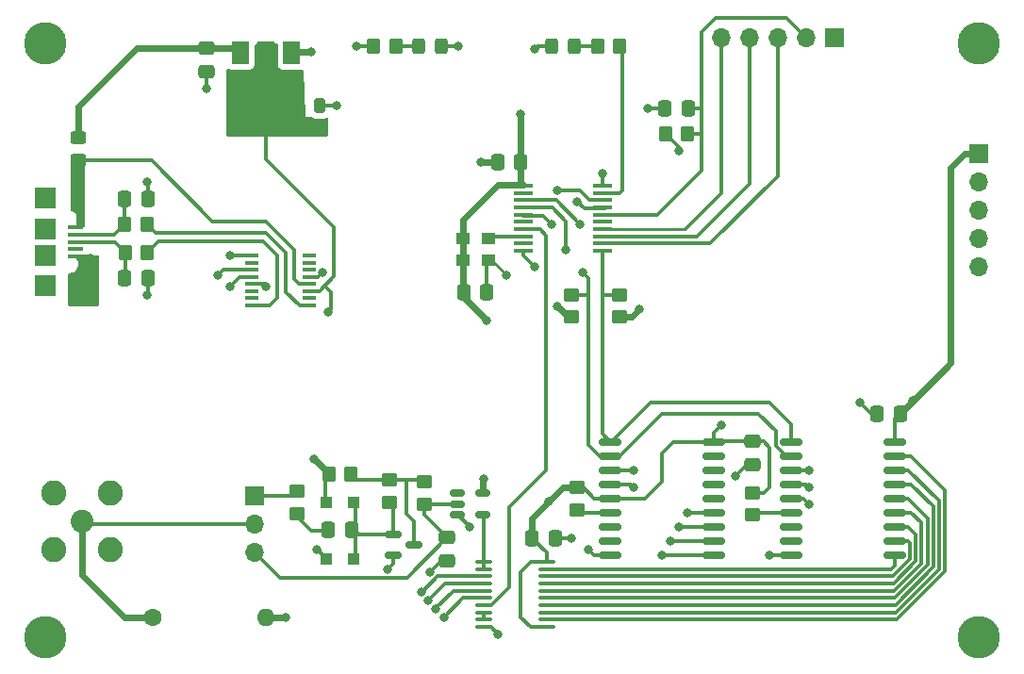
<source format=gtl>
G04 #@! TF.GenerationSoftware,KiCad,Pcbnew,(6.0.9)*
G04 #@! TF.CreationDate,2022-11-27T19:02:43-05:00*
G04 #@! TF.ProjectId,usbcounter,75736263-6f75-46e7-9465-722e6b696361,rev?*
G04 #@! TF.SameCoordinates,Original*
G04 #@! TF.FileFunction,Copper,L1,Top*
G04 #@! TF.FilePolarity,Positive*
%FSLAX46Y46*%
G04 Gerber Fmt 4.6, Leading zero omitted, Abs format (unit mm)*
G04 Created by KiCad (PCBNEW (6.0.9)) date 2022-11-27 19:02:43*
%MOMM*%
%LPD*%
G01*
G04 APERTURE LIST*
G04 Aperture macros list*
%AMRoundRect*
0 Rectangle with rounded corners*
0 $1 Rounding radius*
0 $2 $3 $4 $5 $6 $7 $8 $9 X,Y pos of 4 corners*
0 Add a 4 corners polygon primitive as box body*
4,1,4,$2,$3,$4,$5,$6,$7,$8,$9,$2,$3,0*
0 Add four circle primitives for the rounded corners*
1,1,$1+$1,$2,$3*
1,1,$1+$1,$4,$5*
1,1,$1+$1,$6,$7*
1,1,$1+$1,$8,$9*
0 Add four rect primitives between the rounded corners*
20,1,$1+$1,$2,$3,$4,$5,0*
20,1,$1+$1,$4,$5,$6,$7,0*
20,1,$1+$1,$6,$7,$8,$9,0*
20,1,$1+$1,$8,$9,$2,$3,0*%
G04 Aperture macros list end*
G04 #@! TA.AperFunction,SMDPad,CuDef*
%ADD10RoundRect,0.250000X0.337500X0.475000X-0.337500X0.475000X-0.337500X-0.475000X0.337500X-0.475000X0*%
G04 #@! TD*
G04 #@! TA.AperFunction,SMDPad,CuDef*
%ADD11RoundRect,0.250000X0.325000X0.450000X-0.325000X0.450000X-0.325000X-0.450000X0.325000X-0.450000X0*%
G04 #@! TD*
G04 #@! TA.AperFunction,SMDPad,CuDef*
%ADD12RoundRect,0.250000X-0.350000X-0.450000X0.350000X-0.450000X0.350000X0.450000X-0.350000X0.450000X0*%
G04 #@! TD*
G04 #@! TA.AperFunction,ComponentPad*
%ADD13R,1.700000X1.700000*%
G04 #@! TD*
G04 #@! TA.AperFunction,ComponentPad*
%ADD14O,1.700000X1.700000*%
G04 #@! TD*
G04 #@! TA.AperFunction,SMDPad,CuDef*
%ADD15RoundRect,0.250000X-0.450000X0.350000X-0.450000X-0.350000X0.450000X-0.350000X0.450000X0.350000X0*%
G04 #@! TD*
G04 #@! TA.AperFunction,ComponentPad*
%ADD16C,2.050000*%
G04 #@! TD*
G04 #@! TA.AperFunction,ComponentPad*
%ADD17C,2.250000*%
G04 #@! TD*
G04 #@! TA.AperFunction,SMDPad,CuDef*
%ADD18RoundRect,0.250000X0.450000X-0.350000X0.450000X0.350000X-0.450000X0.350000X-0.450000X-0.350000X0*%
G04 #@! TD*
G04 #@! TA.AperFunction,SMDPad,CuDef*
%ADD19RoundRect,0.150000X-0.512500X-0.150000X0.512500X-0.150000X0.512500X0.150000X-0.512500X0.150000X0*%
G04 #@! TD*
G04 #@! TA.AperFunction,SMDPad,CuDef*
%ADD20R,1.500000X2.000000*%
G04 #@! TD*
G04 #@! TA.AperFunction,SMDPad,CuDef*
%ADD21R,3.800000X2.000000*%
G04 #@! TD*
G04 #@! TA.AperFunction,SMDPad,CuDef*
%ADD22R,1.000000X1.000000*%
G04 #@! TD*
G04 #@! TA.AperFunction,SMDPad,CuDef*
%ADD23RoundRect,0.250000X-0.475000X0.337500X-0.475000X-0.337500X0.475000X-0.337500X0.475000X0.337500X0*%
G04 #@! TD*
G04 #@! TA.AperFunction,SMDPad,CuDef*
%ADD24R,1.800000X0.450000*%
G04 #@! TD*
G04 #@! TA.AperFunction,SMDPad,CuDef*
%ADD25RoundRect,0.250000X0.450000X-0.325000X0.450000X0.325000X-0.450000X0.325000X-0.450000X-0.325000X0*%
G04 #@! TD*
G04 #@! TA.AperFunction,SMDPad,CuDef*
%ADD26RoundRect,0.250000X0.350000X0.450000X-0.350000X0.450000X-0.350000X-0.450000X0.350000X-0.450000X0*%
G04 #@! TD*
G04 #@! TA.AperFunction,ComponentPad*
%ADD27C,1.600000*%
G04 #@! TD*
G04 #@! TA.AperFunction,ComponentPad*
%ADD28O,1.600000X1.600000*%
G04 #@! TD*
G04 #@! TA.AperFunction,SMDPad,CuDef*
%ADD29RoundRect,0.250000X0.475000X-0.337500X0.475000X0.337500X-0.475000X0.337500X-0.475000X-0.337500X0*%
G04 #@! TD*
G04 #@! TA.AperFunction,SMDPad,CuDef*
%ADD30RoundRect,0.150000X-0.875000X-0.150000X0.875000X-0.150000X0.875000X0.150000X-0.875000X0.150000X0*%
G04 #@! TD*
G04 #@! TA.AperFunction,SMDPad,CuDef*
%ADD31RoundRect,0.150000X-0.587500X-0.150000X0.587500X-0.150000X0.587500X0.150000X-0.587500X0.150000X0*%
G04 #@! TD*
G04 #@! TA.AperFunction,ComponentPad*
%ADD32C,3.800000*%
G04 #@! TD*
G04 #@! TA.AperFunction,SMDPad,CuDef*
%ADD33RoundRect,0.250000X-0.337500X-0.475000X0.337500X-0.475000X0.337500X0.475000X-0.337500X0.475000X0*%
G04 #@! TD*
G04 #@! TA.AperFunction,SMDPad,CuDef*
%ADD34R,1.350000X0.400000*%
G04 #@! TD*
G04 #@! TA.AperFunction,SMDPad,CuDef*
%ADD35R,1.900000X1.900000*%
G04 #@! TD*
G04 #@! TA.AperFunction,SMDPad,CuDef*
%ADD36R,1.200000X0.400000*%
G04 #@! TD*
G04 #@! TA.AperFunction,SMDPad,CuDef*
%ADD37RoundRect,0.250000X0.275000X-0.400000X0.275000X0.400000X-0.275000X0.400000X-0.275000X-0.400000X0*%
G04 #@! TD*
G04 #@! TA.AperFunction,SMDPad,CuDef*
%ADD38R,1.300000X1.100000*%
G04 #@! TD*
G04 #@! TA.AperFunction,SMDPad,CuDef*
%ADD39RoundRect,0.100000X-0.637500X-0.100000X0.637500X-0.100000X0.637500X0.100000X-0.637500X0.100000X0*%
G04 #@! TD*
G04 #@! TA.AperFunction,ViaPad*
%ADD40C,0.800000*%
G04 #@! TD*
G04 #@! TA.AperFunction,Conductor*
%ADD41C,0.300000*%
G04 #@! TD*
G04 #@! TA.AperFunction,Conductor*
%ADD42C,0.600000*%
G04 #@! TD*
G04 #@! TA.AperFunction,Conductor*
%ADD43C,0.250000*%
G04 #@! TD*
G04 APERTURE END LIST*
D10*
X82063500Y-98298000D03*
X79988500Y-98298000D03*
D11*
X102117000Y-54864000D03*
X100067000Y-54864000D03*
D12*
X61722000Y-70866000D03*
X63722000Y-70866000D03*
D13*
X73406000Y-95250000D03*
D14*
X73406000Y-97790000D03*
X73406000Y-100330000D03*
D10*
X63775500Y-75692000D03*
X61700500Y-75692000D03*
D15*
X77216000Y-94885000D03*
X77216000Y-96885000D03*
D13*
X125476000Y-54102000D03*
D14*
X122936000Y-54102000D03*
X120396000Y-54102000D03*
X117856000Y-54102000D03*
X115316000Y-54102000D03*
D13*
X138430000Y-64521000D03*
D14*
X138430000Y-67061000D03*
X138430000Y-69601000D03*
X138430000Y-72141000D03*
X138430000Y-74681000D03*
D10*
X63775500Y-68580000D03*
X61700500Y-68580000D03*
D16*
X57912000Y-97536000D03*
D17*
X55372000Y-100076000D03*
X55372000Y-94996000D03*
X60452000Y-100076000D03*
X60452000Y-94996000D03*
D18*
X85471000Y-95885000D03*
X85471000Y-93885000D03*
X102362000Y-96520000D03*
X102362000Y-94520000D03*
D19*
X91572500Y-95062000D03*
X91572500Y-96012000D03*
X91572500Y-96962000D03*
X93847500Y-96962000D03*
X93847500Y-95062000D03*
D15*
X106172000Y-77232000D03*
X106172000Y-79232000D03*
D20*
X76722000Y-55524000D03*
X74422000Y-55524000D03*
D21*
X74422000Y-61824000D03*
D20*
X72122000Y-55524000D03*
D22*
X79776000Y-95885000D03*
X82276000Y-95885000D03*
D23*
X69088000Y-55096500D03*
X69088000Y-57171500D03*
D24*
X97542000Y-67433000D03*
X97542000Y-68083000D03*
X97542000Y-68733000D03*
X97542000Y-69383000D03*
X97542000Y-70033000D03*
X97542000Y-70683000D03*
X97542000Y-71333000D03*
X97542000Y-71983000D03*
X97542000Y-72633000D03*
X97542000Y-73283000D03*
X104642000Y-73283000D03*
X104642000Y-72633000D03*
X104642000Y-71983000D03*
X104642000Y-71333000D03*
X104642000Y-70683000D03*
X104642000Y-70033000D03*
X104642000Y-69383000D03*
X104642000Y-68733000D03*
X104642000Y-68083000D03*
X104642000Y-67433000D03*
D10*
X97282000Y-65278000D03*
X95207000Y-65278000D03*
D25*
X57516499Y-65134136D03*
X57516499Y-63084136D03*
D26*
X63738000Y-73406000D03*
X61738000Y-73406000D03*
D10*
X112289500Y-60452000D03*
X110214500Y-60452000D03*
X94234000Y-76962000D03*
X92159000Y-76962000D03*
D15*
X101854000Y-77232000D03*
X101854000Y-79232000D03*
D27*
X64262000Y-106172000D03*
D28*
X74422000Y-106172000D03*
D12*
X104156000Y-54864000D03*
X106156000Y-54864000D03*
D11*
X90179000Y-54864000D03*
X88129000Y-54864000D03*
D29*
X118110000Y-92477500D03*
X118110000Y-90402500D03*
D10*
X100373000Y-99060000D03*
X98298000Y-99060000D03*
D29*
X90678000Y-101113500D03*
X90678000Y-99038500D03*
D30*
X121588000Y-90424000D03*
X121588000Y-91694000D03*
X121588000Y-92964000D03*
X121588000Y-94234000D03*
X121588000Y-95504000D03*
X121588000Y-96774000D03*
X121588000Y-98044000D03*
X121588000Y-99314000D03*
X121588000Y-100584000D03*
X130888000Y-100584000D03*
X130888000Y-99314000D03*
X130888000Y-98044000D03*
X130888000Y-96774000D03*
X130888000Y-95504000D03*
X130888000Y-94234000D03*
X130888000Y-92964000D03*
X130888000Y-91694000D03*
X130888000Y-90424000D03*
D31*
X85803500Y-98745000D03*
X85803500Y-100645000D03*
X87678500Y-99695000D03*
D32*
X138430000Y-107950000D03*
X138430000Y-54610000D03*
D26*
X86074000Y-54864000D03*
X84074000Y-54864000D03*
D32*
X54610000Y-54610000D03*
D30*
X105332000Y-90424000D03*
X105332000Y-91694000D03*
X105332000Y-92964000D03*
X105332000Y-94234000D03*
X105332000Y-95504000D03*
X105332000Y-96774000D03*
X105332000Y-98044000D03*
X105332000Y-99314000D03*
X105332000Y-100584000D03*
X114632000Y-100584000D03*
X114632000Y-99314000D03*
X114632000Y-98044000D03*
X114632000Y-96774000D03*
X114632000Y-95504000D03*
X114632000Y-94234000D03*
X114632000Y-92964000D03*
X114632000Y-91694000D03*
X114632000Y-90424000D03*
D18*
X118110000Y-97012000D03*
X118110000Y-95012000D03*
D32*
X54610000Y-107950000D03*
D12*
X80026000Y-93345000D03*
X82026000Y-93345000D03*
D15*
X88646000Y-94012000D03*
X88646000Y-96012000D03*
D33*
X129286000Y-87884000D03*
X131361000Y-87884000D03*
D34*
X57277999Y-71191136D03*
X57277999Y-73791136D03*
X57277999Y-71841136D03*
X57277999Y-72491136D03*
X57277999Y-73141136D03*
D35*
X54602999Y-68541136D03*
X54602999Y-71291136D03*
X54602999Y-73691136D03*
X54602999Y-76441136D03*
D26*
X112252000Y-62738000D03*
X110252000Y-62738000D03*
D36*
X73092000Y-73723500D03*
X73092000Y-74358500D03*
X73092000Y-74993500D03*
X73092000Y-75628500D03*
X73092000Y-76263500D03*
X73092000Y-76898500D03*
X73092000Y-77533500D03*
X73092000Y-78168500D03*
X78292000Y-78168500D03*
X78292000Y-77533500D03*
X78292000Y-76898500D03*
X78292000Y-76263500D03*
X78292000Y-75628500D03*
X78292000Y-74993500D03*
X78292000Y-74358500D03*
X78292000Y-73723500D03*
D37*
X79248000Y-62189000D03*
X79248000Y-60239000D03*
D38*
X92068000Y-74102000D03*
X94368000Y-74102000D03*
X94368000Y-72202000D03*
X92068000Y-72202000D03*
D22*
X82276000Y-100965000D03*
X79776000Y-100965000D03*
D39*
X93911500Y-101215000D03*
X93911500Y-101865000D03*
X93911500Y-102515000D03*
X93911500Y-103165000D03*
X93911500Y-103815000D03*
X93911500Y-104465000D03*
X93911500Y-105115000D03*
X93911500Y-105765000D03*
X93911500Y-106415000D03*
X93911500Y-107065000D03*
X99636500Y-107065000D03*
X99636500Y-106415000D03*
X99636500Y-105765000D03*
X99636500Y-105115000D03*
X99636500Y-104465000D03*
X99636500Y-103815000D03*
X99636500Y-103165000D03*
X99636500Y-102515000D03*
X99636500Y-101865000D03*
X99636500Y-101215000D03*
D40*
X58674000Y-73914000D03*
X63754000Y-67056000D03*
X74434500Y-76454000D03*
X79502000Y-75184000D03*
X95250000Y-107696000D03*
X89154000Y-102108000D03*
X103378000Y-100076000D03*
X92710000Y-98044000D03*
X127762000Y-86868000D03*
X104648000Y-66294000D03*
X123190000Y-96012000D03*
X108712000Y-60452000D03*
X116586000Y-93472000D03*
X69088000Y-58674000D03*
X85344000Y-101854000D03*
X96012000Y-75438000D03*
X78486000Y-55372000D03*
X107442000Y-92964000D03*
X107442000Y-94488000D03*
X58674000Y-75438000D03*
X76200000Y-106172000D03*
X80772000Y-60198000D03*
X101854000Y-99060000D03*
X78994000Y-100076000D03*
X123190000Y-94488000D03*
X91694000Y-54864000D03*
X93726000Y-65278000D03*
X57404000Y-77216000D03*
X123190000Y-92964000D03*
X119634000Y-100584000D03*
X58674000Y-77216000D03*
X63754000Y-77216000D03*
X80010000Y-78740000D03*
X115316000Y-88900000D03*
X111506000Y-64262000D03*
X94234000Y-79502000D03*
X82550000Y-54864000D03*
X100584000Y-78232000D03*
X76454000Y-58420000D03*
X107950000Y-78486000D03*
X98552000Y-55118000D03*
X132482500Y-86762500D03*
X97282000Y-60960000D03*
X70104000Y-75438000D03*
X93980000Y-93726000D03*
X99822000Y-95758000D03*
X78740000Y-91948000D03*
X102870000Y-75184000D03*
X98552000Y-74676000D03*
X109982000Y-100584000D03*
X88392000Y-103886000D03*
X110744000Y-99314000D03*
X88946424Y-104717636D03*
X111518500Y-98044000D03*
X89664733Y-105412644D03*
X112268000Y-96774000D03*
X90424000Y-106172000D03*
X71183500Y-73723500D03*
X100584000Y-67818000D03*
X102362000Y-68834000D03*
X71183500Y-76454000D03*
X102616000Y-70866000D03*
X101346000Y-73152000D03*
X100076000Y-70866000D03*
D41*
X79776000Y-100858000D02*
X79776000Y-100965000D01*
D42*
X74422000Y-106172000D02*
X76200000Y-106172000D01*
D43*
X94368000Y-74102000D02*
X94676000Y-74102000D01*
D42*
X95207000Y-65278000D02*
X93726000Y-65278000D01*
D41*
X95250000Y-107696000D02*
X94619000Y-107065000D01*
X89154000Y-102108000D02*
X90148500Y-101113500D01*
X104648000Y-67427000D02*
X104642000Y-67433000D01*
X63775500Y-67077500D02*
X63754000Y-67056000D01*
X122936000Y-94234000D02*
X123190000Y-94488000D01*
X128778000Y-87884000D02*
X127762000Y-86868000D01*
X78994000Y-100076000D02*
X79776000Y-100858000D01*
X79502000Y-75184000D02*
X79057500Y-75628500D01*
X105332000Y-94234000D02*
X107188000Y-94234000D01*
X63775500Y-77194500D02*
X63754000Y-77216000D01*
X105332000Y-100584000D02*
X103886000Y-100584000D01*
X74434500Y-76454000D02*
X74244000Y-76263500D01*
X121588000Y-94234000D02*
X122936000Y-94234000D01*
X117580500Y-92477500D02*
X116586000Y-93472000D01*
X79057500Y-75628500D02*
X78292000Y-75628500D01*
X76883000Y-55363000D02*
X76722000Y-55524000D01*
X103886000Y-100584000D02*
X103378000Y-100076000D01*
X94234000Y-74236000D02*
X94368000Y-74102000D01*
X80731000Y-60239000D02*
X80772000Y-60198000D01*
X121588000Y-100584000D02*
X119634000Y-100584000D01*
D43*
X94676000Y-74102000D02*
X96012000Y-75438000D01*
D41*
X121588000Y-95504000D02*
X122682000Y-95504000D01*
X94234000Y-76962000D02*
X94234000Y-74236000D01*
X122682000Y-95504000D02*
X123190000Y-96012000D01*
D42*
X76874000Y-55372000D02*
X76722000Y-55524000D01*
D41*
X121588000Y-92964000D02*
X123190000Y-92964000D01*
X94619000Y-107065000D02*
X93911500Y-107065000D01*
X90148500Y-101113500D02*
X90678000Y-101113500D01*
X110214500Y-60452000D02*
X108712000Y-60452000D01*
X74244000Y-76263500D02*
X73092000Y-76263500D01*
X58551136Y-73791136D02*
X57277999Y-73791136D01*
X85803500Y-101394500D02*
X85803500Y-100645000D01*
X85344000Y-101854000D02*
X85803500Y-101394500D01*
X91628000Y-96962000D02*
X92710000Y-98044000D01*
X101854000Y-99060000D02*
X100373000Y-99060000D01*
X63775500Y-75692000D02*
X63775500Y-77194500D01*
X69088000Y-58674000D02*
X69088000Y-57171500D01*
X58674000Y-73914000D02*
X58551136Y-73791136D01*
X104648000Y-66294000D02*
X104648000Y-67427000D01*
X63775500Y-68580000D02*
X63775500Y-67077500D01*
X129286000Y-87884000D02*
X128778000Y-87884000D01*
X91572500Y-96962000D02*
X91628000Y-96962000D01*
X79248000Y-60239000D02*
X80731000Y-60239000D01*
X107188000Y-94234000D02*
X107442000Y-94488000D01*
X90179000Y-54864000D02*
X91694000Y-54864000D01*
D42*
X78486000Y-55372000D02*
X76874000Y-55372000D01*
D41*
X105332000Y-92964000D02*
X107442000Y-92964000D01*
X88129000Y-54864000D02*
X86074000Y-54864000D01*
X119104500Y-90402500D02*
X118110000Y-90402500D01*
X119634000Y-94488000D02*
X119634000Y-90932000D01*
X70548500Y-74993500D02*
X73092000Y-74993500D01*
D42*
X74828000Y-62230000D02*
X79207000Y-62230000D01*
X93847500Y-93858500D02*
X93980000Y-93726000D01*
D41*
X98806000Y-54864000D02*
X98552000Y-55118000D01*
X79192000Y-76898500D02*
X80518000Y-75572500D01*
X105332000Y-95504000D02*
X103886000Y-95504000D01*
X99636500Y-101215000D02*
X99636500Y-100398500D01*
D42*
X92068000Y-74102000D02*
X92068000Y-76871000D01*
X92068000Y-76871000D02*
X92159000Y-76962000D01*
X99822000Y-95758000D02*
X101060000Y-94520000D01*
D41*
X100067000Y-54864000D02*
X98806000Y-54864000D01*
D42*
X135890000Y-65786000D02*
X135890000Y-83355000D01*
X101584000Y-79232000D02*
X100584000Y-78232000D01*
X101060000Y-94520000D02*
X102362000Y-94520000D01*
X135890000Y-83355000D02*
X131361000Y-87884000D01*
X97282000Y-67098000D02*
X97542000Y-67358000D01*
D41*
X130888000Y-88357000D02*
X131361000Y-87884000D01*
D42*
X80026000Y-93234000D02*
X78740000Y-91948000D01*
D41*
X114632000Y-90424000D02*
X114632000Y-89584000D01*
X110998000Y-90424000D02*
X114632000Y-90424000D01*
X99636500Y-100398500D02*
X98298000Y-99060000D01*
X79756000Y-93615000D02*
X79756000Y-95865000D01*
D42*
X79207000Y-62230000D02*
X79248000Y-62189000D01*
D41*
X80026000Y-93345000D02*
X79756000Y-93615000D01*
D42*
X137155000Y-64521000D02*
X135890000Y-65786000D01*
D41*
X97282000Y-102108000D02*
X98175000Y-101215000D01*
D42*
X107950000Y-78486000D02*
X107204000Y-79232000D01*
X92068000Y-70492000D02*
X92068000Y-72202000D01*
X97282000Y-67310000D02*
X95250000Y-67310000D01*
D41*
X105332000Y-95504000D02*
X108458000Y-95504000D01*
D42*
X92159000Y-76962000D02*
X92159000Y-77427000D01*
D41*
X103886000Y-95504000D02*
X102902000Y-94520000D01*
X99636500Y-107065000D02*
X98175000Y-107065000D01*
X111506000Y-63992000D02*
X110252000Y-62738000D01*
D42*
X93847500Y-95062000D02*
X93847500Y-93858500D01*
D41*
X80518000Y-71120000D02*
X74422000Y-65024000D01*
X132482500Y-86762500D02*
X131361000Y-87884000D01*
X114632000Y-89584000D02*
X115316000Y-88900000D01*
X74422000Y-65024000D02*
X74422000Y-61824000D01*
X80010000Y-78740000D02*
X80264000Y-78486000D01*
D42*
X101854000Y-79232000D02*
X101584000Y-79232000D01*
D41*
X102902000Y-94520000D02*
X102362000Y-94520000D01*
X119634000Y-90932000D02*
X119104500Y-90402500D01*
D42*
X95250000Y-67310000D02*
X92068000Y-70492000D01*
X80026000Y-93345000D02*
X80026000Y-93234000D01*
D41*
X84074000Y-54864000D02*
X82550000Y-54864000D01*
D42*
X138430000Y-64521000D02*
X137155000Y-64521000D01*
D41*
X80518000Y-75572500D02*
X80518000Y-71120000D01*
D42*
X97282000Y-60960000D02*
X97282000Y-67098000D01*
X98298000Y-97282000D02*
X98298000Y-99060000D01*
D41*
X97282000Y-106172000D02*
X97282000Y-102108000D01*
X78292000Y-76898500D02*
X79192000Y-76898500D01*
X98175000Y-101215000D02*
X99636500Y-101215000D01*
X118110000Y-95012000D02*
X119110000Y-95012000D01*
X108458000Y-95504000D02*
X109982000Y-93980000D01*
D42*
X99822000Y-95758000D02*
X98298000Y-97282000D01*
X92159000Y-77427000D02*
X94234000Y-79502000D01*
D41*
X118110000Y-90402500D02*
X114653500Y-90402500D01*
X130888000Y-90424000D02*
X130888000Y-88357000D01*
D42*
X74422000Y-61824000D02*
X74828000Y-62230000D01*
X92068000Y-72202000D02*
X92068000Y-74102000D01*
D41*
X98175000Y-107065000D02*
X97282000Y-106172000D01*
X70104000Y-75438000D02*
X70548500Y-74993500D01*
X111506000Y-64262000D02*
X111506000Y-63992000D01*
X109982000Y-93980000D02*
X109982000Y-91440000D01*
X80264000Y-76962000D02*
X79756000Y-76454000D01*
X80264000Y-78486000D02*
X80264000Y-76962000D01*
X109982000Y-91440000D02*
X110998000Y-90424000D01*
X79756000Y-95865000D02*
X79776000Y-95885000D01*
X119110000Y-95012000D02*
X119634000Y-94488000D01*
D42*
X107204000Y-79232000D02*
X106172000Y-79232000D01*
D41*
X114653500Y-90402500D02*
X114632000Y-90424000D01*
X121588000Y-96774000D02*
X118348000Y-96774000D01*
X118348000Y-96774000D02*
X118110000Y-97012000D01*
X105332000Y-96774000D02*
X102616000Y-96774000D01*
X102616000Y-96774000D02*
X102362000Y-96520000D01*
X87027000Y-96933000D02*
X87678500Y-97584500D01*
X87678500Y-97584500D02*
X87678500Y-99695000D01*
X82566000Y-93885000D02*
X82026000Y-93345000D01*
X85471000Y-93885000D02*
X87027000Y-93885000D01*
X87027000Y-93885000D02*
X88519000Y-93885000D01*
X87027000Y-93885000D02*
X87027000Y-96933000D01*
X85471000Y-93885000D02*
X82566000Y-93885000D01*
X88519000Y-93885000D02*
X88646000Y-94012000D01*
X90678000Y-99038500D02*
X88646000Y-97006500D01*
X88646000Y-97006500D02*
X88646000Y-96012000D01*
X90678000Y-99038500D02*
X87100500Y-102616000D01*
X88646000Y-96012000D02*
X91572500Y-96012000D01*
X75692000Y-102616000D02*
X73406000Y-100330000D01*
X87100500Y-102616000D02*
X75692000Y-102616000D01*
X120213000Y-90781107D02*
X121125893Y-91694000D01*
X103378000Y-75692000D02*
X103378000Y-77216000D01*
X103362000Y-77232000D02*
X103378000Y-77216000D01*
X97542000Y-73666000D02*
X97542000Y-73283000D01*
X118618000Y-87884000D02*
X120213000Y-89479000D01*
X102870000Y-75184000D02*
X103378000Y-75692000D01*
X121125893Y-91694000D02*
X121588000Y-91694000D01*
X109982000Y-87884000D02*
X118618000Y-87884000D01*
X120213000Y-89479000D02*
X120213000Y-90781107D01*
X103378000Y-90678000D02*
X104394000Y-91694000D01*
X98552000Y-74676000D02*
X97542000Y-73666000D01*
X106172000Y-91694000D02*
X109982000Y-87884000D01*
X105332000Y-91694000D02*
X106172000Y-91694000D01*
X101854000Y-77232000D02*
X103362000Y-77232000D01*
X103378000Y-77216000D02*
X103378000Y-90678000D01*
X82466000Y-98425000D02*
X82466000Y-96075000D01*
X85803500Y-96217500D02*
X85471000Y-95885000D01*
X82466000Y-96075000D02*
X82276000Y-95885000D01*
X85803500Y-98745000D02*
X85803500Y-96217500D01*
X82466000Y-100775000D02*
X82276000Y-100965000D01*
X82466000Y-98425000D02*
X82786000Y-98745000D01*
X82466000Y-98425000D02*
X82466000Y-100775000D01*
X82786000Y-98745000D02*
X85803500Y-98745000D01*
X106172000Y-77232000D02*
X104652000Y-77232000D01*
X104652000Y-77232000D02*
X104642000Y-77222000D01*
X104642000Y-89734000D02*
X104642000Y-77222000D01*
X119634000Y-86868000D02*
X121588000Y-88822000D01*
X108966000Y-86868000D02*
X119634000Y-86868000D01*
X104642000Y-77222000D02*
X104642000Y-73283000D01*
X121588000Y-88822000D02*
X121588000Y-90424000D01*
X105332000Y-90424000D02*
X104642000Y-89734000D01*
X105410000Y-90424000D02*
X108966000Y-86868000D01*
X105332000Y-90424000D02*
X105410000Y-90424000D01*
X75438000Y-73660000D02*
X74168000Y-72390000D01*
X73092000Y-78168500D02*
X74739500Y-78168500D01*
X74739500Y-78168500D02*
X75438000Y-77470000D01*
X64754000Y-72390000D02*
X63738000Y-73406000D01*
X74168000Y-72390000D02*
X64754000Y-72390000D01*
X75438000Y-77470000D02*
X75438000Y-73660000D01*
X61738000Y-73406000D02*
X61738000Y-75654500D01*
X61738000Y-75654500D02*
X61700500Y-75692000D01*
X61738000Y-73406000D02*
X60823136Y-72491136D01*
X60823136Y-72491136D02*
X57277999Y-72491136D01*
X61722000Y-70866000D02*
X61722000Y-68601500D01*
X60746864Y-71841136D02*
X57277999Y-71841136D01*
X61722000Y-70866000D02*
X60746864Y-71841136D01*
X61722000Y-68601500D02*
X61700500Y-68580000D01*
X78292000Y-78168500D02*
X77406500Y-78168500D01*
X64484000Y-71628000D02*
X63722000Y-70866000D01*
X76200000Y-73406000D02*
X74422000Y-71628000D01*
X77406500Y-78168500D02*
X76200000Y-76962000D01*
X74422000Y-71628000D02*
X64484000Y-71628000D01*
X76200000Y-76962000D02*
X76200000Y-73406000D01*
X102117000Y-54864000D02*
X104156000Y-54864000D01*
X104642000Y-68083000D02*
X106161000Y-68083000D01*
X106426000Y-67818000D02*
X106426000Y-55134000D01*
X106426000Y-55134000D02*
X106156000Y-54864000D01*
X106161000Y-68083000D02*
X106426000Y-67818000D01*
X113538000Y-62738000D02*
X113538000Y-66040000D01*
X114808000Y-52324000D02*
X113538000Y-53594000D01*
X122936000Y-54102000D02*
X121158000Y-52324000D01*
X109545000Y-70033000D02*
X104642000Y-70033000D01*
X113538000Y-60452000D02*
X113538000Y-62738000D01*
X113538000Y-62738000D02*
X112252000Y-62738000D01*
X113538000Y-53594000D02*
X113538000Y-60452000D01*
X121158000Y-52324000D02*
X114808000Y-52324000D01*
X113538000Y-60452000D02*
X112289500Y-60452000D01*
X113538000Y-66040000D02*
X109545000Y-70033000D01*
X76851000Y-95250000D02*
X77216000Y-94885000D01*
X73406000Y-95250000D02*
X76851000Y-95250000D01*
X77216000Y-96885000D02*
X77216000Y-97155000D01*
X77216000Y-97155000D02*
X78486000Y-98425000D01*
X78486000Y-98425000D02*
X80391000Y-98425000D01*
D42*
X61722000Y-106172000D02*
X64262000Y-106172000D01*
X57912000Y-102362000D02*
X61722000Y-106172000D01*
D41*
X57912000Y-97536000D02*
X58166000Y-97790000D01*
D42*
X57912000Y-97536000D02*
X57912000Y-102362000D01*
D41*
X58166000Y-97790000D02*
X73406000Y-97790000D01*
X93911500Y-97026000D02*
X93911500Y-101865000D01*
X93847500Y-96962000D02*
X93911500Y-97026000D01*
X93911500Y-101865000D02*
X93911500Y-101215000D01*
D42*
X69088000Y-55096500D02*
X71694500Y-55096500D01*
X62759500Y-55096500D02*
X69088000Y-55096500D01*
X57516499Y-63084136D02*
X57516499Y-60339501D01*
X71694500Y-55096500D02*
X72122000Y-55524000D01*
X57516499Y-60339501D02*
X62759500Y-55096500D01*
D41*
X109982000Y-100584000D02*
X114632000Y-100584000D01*
X88436661Y-103886000D02*
X89807661Y-102515000D01*
X89807661Y-102515000D02*
X93911500Y-102515000D01*
X88392000Y-103886000D02*
X88436661Y-103886000D01*
X90499060Y-103165000D02*
X93911500Y-103165000D01*
X110744000Y-99314000D02*
X114632000Y-99314000D01*
X88946424Y-104717636D02*
X90499060Y-103165000D01*
X91257000Y-103815000D02*
X93911500Y-103815000D01*
X89664733Y-105412644D02*
X89664733Y-105407267D01*
X111518500Y-98044000D02*
X113538000Y-98044000D01*
X89664733Y-105407267D02*
X91257000Y-103815000D01*
X90424000Y-106172000D02*
X92131000Y-104465000D01*
X92131000Y-104465000D02*
X93911500Y-104465000D01*
X114632000Y-96774000D02*
X112268000Y-96774000D01*
X94635396Y-105115000D02*
X96266000Y-103484396D01*
X96266000Y-103484396D02*
X96266000Y-96266000D01*
X99568000Y-92964000D02*
X99568000Y-71882000D01*
X99019000Y-71333000D02*
X97542000Y-71333000D01*
X99568000Y-71882000D02*
X99019000Y-71333000D01*
X96266000Y-96266000D02*
X99568000Y-92964000D01*
X93911500Y-105115000D02*
X94635396Y-105115000D01*
X93911500Y-105765000D02*
X93911500Y-106415000D01*
X99636500Y-106415000D02*
X131031743Y-106415000D01*
X131031743Y-106415000D02*
X135382000Y-102064743D01*
X135382000Y-94742000D02*
X132334000Y-91694000D01*
X135382000Y-102064743D02*
X135382000Y-94742000D01*
X132334000Y-91694000D02*
X130888000Y-91694000D01*
X134858000Y-95742000D02*
X132080000Y-92964000D01*
X132080000Y-92964000D02*
X130888000Y-92964000D01*
X130974637Y-105765000D02*
X134858000Y-101881637D01*
X99636500Y-105765000D02*
X130974637Y-105765000D01*
X134858000Y-101881637D02*
X134858000Y-95742000D01*
X134358000Y-101674531D02*
X134358000Y-96258000D01*
X132334000Y-94234000D02*
X130888000Y-94234000D01*
X99636500Y-105115000D02*
X130917531Y-105115000D01*
X130917531Y-105115000D02*
X134358000Y-101674531D01*
X134358000Y-96258000D02*
X132334000Y-94234000D01*
X99636500Y-104465000D02*
X130860425Y-104465000D01*
X133858000Y-97282000D02*
X132080000Y-95504000D01*
X133858000Y-101467425D02*
X133858000Y-97282000D01*
X130860425Y-104465000D02*
X133858000Y-101467425D01*
X132080000Y-95504000D02*
X130888000Y-95504000D01*
X99636500Y-103815000D02*
X130803319Y-103815000D01*
X133263000Y-101355319D02*
X133263000Y-97703000D01*
X130803319Y-103815000D02*
X133263000Y-101355319D01*
X132334000Y-96774000D02*
X130888000Y-96774000D01*
X133263000Y-97703000D02*
X132334000Y-96774000D01*
X132763000Y-101148213D02*
X132763000Y-98727000D01*
X132763000Y-98727000D02*
X132080000Y-98044000D01*
X132080000Y-98044000D02*
X130888000Y-98044000D01*
X99636500Y-103165000D02*
X130746213Y-103165000D01*
X130746213Y-103165000D02*
X132763000Y-101148213D01*
X132263000Y-100941107D02*
X132263000Y-99497000D01*
X130689107Y-102515000D02*
X132263000Y-100941107D01*
X99636500Y-102515000D02*
X130689107Y-102515000D01*
X132263000Y-99497000D02*
X132080000Y-99314000D01*
X132080000Y-99314000D02*
X130888000Y-99314000D01*
X99636500Y-101865000D02*
X130545000Y-101865000D01*
X130545000Y-101865000D02*
X130888000Y-101522000D01*
X130888000Y-101522000D02*
X130888000Y-100584000D01*
X71183500Y-73723500D02*
X73092000Y-73723500D01*
X100584000Y-67818000D02*
X102552000Y-67818000D01*
X102552000Y-67818000D02*
X103467000Y-68733000D01*
X103467000Y-68733000D02*
X104642000Y-68733000D01*
X102986000Y-69458000D02*
X104902000Y-69458000D01*
X102362000Y-68834000D02*
X102986000Y-69458000D01*
X72009000Y-75628500D02*
X73092000Y-75628500D01*
X71183500Y-76454000D02*
X72009000Y-75628500D01*
D42*
X57516499Y-65134136D02*
X57658000Y-65275637D01*
D41*
X78292000Y-76263500D02*
X77392000Y-76263500D01*
D42*
X57658000Y-65275637D02*
X57658000Y-70866000D01*
D41*
X76962000Y-75833500D02*
X76962000Y-73152000D01*
X74422000Y-70612000D02*
X69596000Y-70612000D01*
X64118136Y-65134136D02*
X57516499Y-65134136D01*
X77392000Y-76263500D02*
X76962000Y-75833500D01*
X76962000Y-73152000D02*
X74422000Y-70612000D01*
X69596000Y-70612000D02*
X64118136Y-65134136D01*
X100483000Y-68733000D02*
X97542000Y-68733000D01*
X102616000Y-70866000D02*
X100483000Y-68733000D01*
X100117000Y-69383000D02*
X97542000Y-69383000D01*
X101346000Y-70612000D02*
X100117000Y-69383000D01*
X101346000Y-73152000D02*
X101346000Y-70612000D01*
X99318000Y-70108000D02*
X97536000Y-70108000D01*
X100076000Y-70866000D02*
X99318000Y-70108000D01*
X94368000Y-72202000D02*
X94587000Y-71983000D01*
X94587000Y-71983000D02*
X97542000Y-71983000D01*
X120396000Y-66548000D02*
X120396000Y-54102000D01*
X114311000Y-72633000D02*
X120396000Y-66548000D01*
X104642000Y-72633000D02*
X114311000Y-72633000D01*
X117856000Y-67255106D02*
X113128106Y-71983000D01*
X117856000Y-54102000D02*
X117856000Y-67255106D01*
X113128106Y-71983000D02*
X104642000Y-71983000D01*
X115316000Y-68072000D02*
X112055000Y-71333000D01*
D43*
X112055000Y-71333000D02*
X104642000Y-71333000D01*
D41*
X115316000Y-54102000D02*
X115316000Y-68072000D01*
G04 #@! TA.AperFunction,Conductor*
G36*
X59378121Y-73680002D02*
G01*
X59424614Y-73733658D01*
X59436000Y-73786000D01*
X59436000Y-78106000D01*
X59415998Y-78174121D01*
X59362342Y-78220614D01*
X59310000Y-78232000D01*
X56768000Y-78232000D01*
X56699879Y-78211998D01*
X56653386Y-78158342D01*
X56642000Y-78106000D01*
X56642000Y-75400636D01*
X56662002Y-75332515D01*
X56715658Y-75286022D01*
X56768000Y-75274636D01*
X56797200Y-75274636D01*
X56927681Y-75260000D01*
X56934901Y-75257486D01*
X57001771Y-75234199D01*
X57093680Y-75202193D01*
X57242748Y-75109045D01*
X57249695Y-75102147D01*
X57362477Y-74990149D01*
X57367474Y-74985187D01*
X57372950Y-74976559D01*
X57457881Y-74842727D01*
X57461660Y-74836773D01*
X57520625Y-74671181D01*
X57541438Y-74496640D01*
X57523064Y-74321826D01*
X57520794Y-74315157D01*
X57468686Y-74162091D01*
X57468685Y-74162088D01*
X57466417Y-74155427D01*
X57396425Y-74041656D01*
X57377767Y-73973157D01*
X57399106Y-73905443D01*
X57453666Y-73860015D01*
X57503743Y-73849636D01*
X58001133Y-73849636D01*
X58063315Y-73842881D01*
X58199704Y-73791751D01*
X58316260Y-73704397D01*
X58321641Y-73697217D01*
X58321953Y-73696905D01*
X58384265Y-73662879D01*
X58411048Y-73660000D01*
X59310000Y-73660000D01*
X59378121Y-73680002D01*
G37*
G04 #@! TD.AperFunction*
G04 #@! TA.AperFunction,Conductor*
G36*
X75405621Y-54630002D02*
G01*
X75452114Y-54683658D01*
X75463500Y-54736000D01*
X75463500Y-56572134D01*
X75470255Y-56634316D01*
X75521385Y-56770705D01*
X75608739Y-56887261D01*
X75725295Y-56974615D01*
X75861684Y-57025745D01*
X75923866Y-57032500D01*
X77520134Y-57032500D01*
X77582316Y-57025745D01*
X77589717Y-57022971D01*
X77596541Y-57021348D01*
X77667442Y-57025049D01*
X77725086Y-57066493D01*
X77751496Y-57136941D01*
X77976995Y-61195911D01*
X77978000Y-61214000D01*
X78426535Y-61214000D01*
X78494656Y-61234002D01*
X78497218Y-61235831D01*
X78499697Y-61238305D01*
X78650262Y-61331115D01*
X78730005Y-61357564D01*
X78811611Y-61384632D01*
X78811613Y-61384632D01*
X78818139Y-61386797D01*
X78824975Y-61387497D01*
X78824978Y-61387498D01*
X78868031Y-61391909D01*
X78922600Y-61397500D01*
X79573400Y-61397500D01*
X79576646Y-61397163D01*
X79576650Y-61397163D01*
X79672308Y-61387238D01*
X79672312Y-61387237D01*
X79679166Y-61386526D01*
X79685708Y-61384343D01*
X79685710Y-61384343D01*
X79844123Y-61331492D01*
X79915073Y-61328907D01*
X79976157Y-61365090D01*
X80007982Y-61428554D01*
X80010000Y-61451015D01*
X80010000Y-62866000D01*
X79989998Y-62934121D01*
X79936342Y-62980614D01*
X79884000Y-62992000D01*
X70992000Y-62992000D01*
X70923879Y-62971998D01*
X70877386Y-62918342D01*
X70866000Y-62866000D01*
X70866000Y-57032175D01*
X70886002Y-56964054D01*
X70939658Y-56917561D01*
X71009932Y-56907457D01*
X71067565Y-56931349D01*
X71111204Y-56964054D01*
X71125295Y-56974615D01*
X71261684Y-57025745D01*
X71323866Y-57032500D01*
X72920134Y-57032500D01*
X72982316Y-57025745D01*
X73118705Y-56974615D01*
X73235261Y-56887261D01*
X73322615Y-56770705D01*
X73373745Y-56634316D01*
X73380500Y-56572134D01*
X73380500Y-54877436D01*
X73400502Y-54809315D01*
X73432390Y-54775535D01*
X73626864Y-54634099D01*
X73693721Y-54610209D01*
X73700974Y-54610000D01*
X75337500Y-54610000D01*
X75405621Y-54630002D01*
G37*
G04 #@! TD.AperFunction*
G04 #@! TA.AperFunction,Conductor*
G36*
X58108121Y-64790002D02*
G01*
X58154614Y-64843658D01*
X58166000Y-64896000D01*
X58166000Y-71010117D01*
X58145998Y-71078238D01*
X58092342Y-71124731D01*
X58026392Y-71135380D01*
X58004530Y-71133005D01*
X58001133Y-71132636D01*
X57503093Y-71132636D01*
X57434972Y-71112634D01*
X57388479Y-71058978D01*
X57378375Y-70988704D01*
X57396706Y-70939124D01*
X57461660Y-70836773D01*
X57520625Y-70671181D01*
X57541438Y-70496640D01*
X57523064Y-70321826D01*
X57520794Y-70315157D01*
X57468686Y-70162091D01*
X57468685Y-70162088D01*
X57466417Y-70155427D01*
X57460309Y-70145499D01*
X57378005Y-70011715D01*
X57378002Y-70011712D01*
X57374312Y-70005713D01*
X57251328Y-69880125D01*
X57103575Y-69784905D01*
X56978905Y-69739529D01*
X56921734Y-69697435D01*
X56896396Y-69631113D01*
X56896000Y-69621128D01*
X56896000Y-64896000D01*
X56916002Y-64827879D01*
X56969658Y-64781386D01*
X57022000Y-64770000D01*
X58040000Y-64770000D01*
X58108121Y-64790002D01*
G37*
G04 #@! TD.AperFunction*
M02*

</source>
